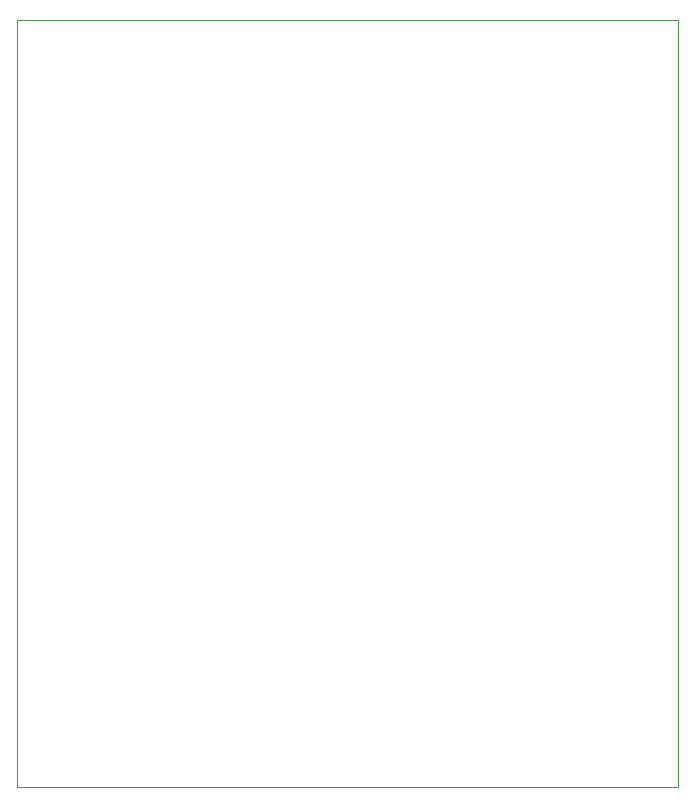
<source format=gm1>
G04 #@! TF.GenerationSoftware,KiCad,Pcbnew,9.0.0*
G04 #@! TF.CreationDate,2025-08-15T17:42:36+05:30*
G04 #@! TF.ProjectId,MAKEEN_Keypad_Test_PCB,4d414b45-454e-45f4-9b65-797061645f54,V1*
G04 #@! TF.SameCoordinates,Original*
G04 #@! TF.FileFunction,Profile,NP*
%FSLAX46Y46*%
G04 Gerber Fmt 4.6, Leading zero omitted, Abs format (unit mm)*
G04 Created by KiCad (PCBNEW 9.0.0) date 2025-08-15 17:42:36*
%MOMM*%
%LPD*%
G01*
G04 APERTURE LIST*
G04 #@! TA.AperFunction,Profile*
%ADD10C,0.050000*%
G04 #@! TD*
G04 APERTURE END LIST*
D10*
X117000000Y-54000000D02*
X173000000Y-54000000D01*
X173000000Y-119000000D01*
X117000000Y-119000000D01*
X117000000Y-54000000D01*
M02*

</source>
